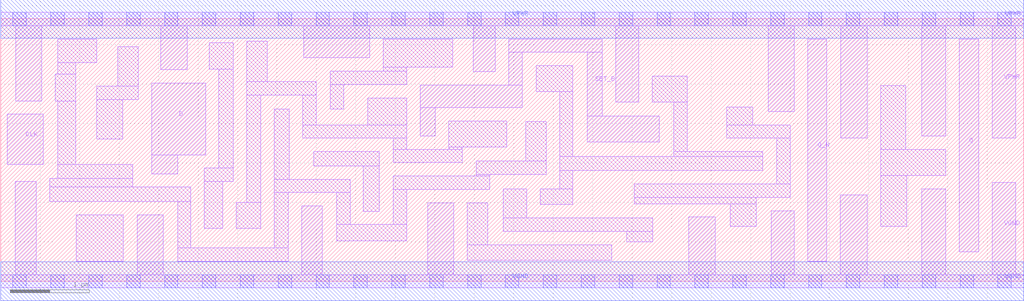
<source format=lef>
# Copyright 2020 The SkyWater PDK Authors
#
# Licensed under the Apache License, Version 2.0 (the "License");
# you may not use this file except in compliance with the License.
# You may obtain a copy of the License at
#
#     https://www.apache.org/licenses/LICENSE-2.0
#
# Unless required by applicable law or agreed to in writing, software
# distributed under the License is distributed on an "AS IS" BASIS,
# WITHOUT WARRANTIES OR CONDITIONS OF ANY KIND, either express or implied.
# See the License for the specific language governing permissions and
# limitations under the License.
#
# SPDX-License-Identifier: Apache-2.0

VERSION 5.7 ;
  NAMESCASESENSITIVE ON ;
  NOWIREEXTENSIONATPIN ON ;
  DIVIDERCHAR "/" ;
  BUSBITCHARS "[]" ;
UNITS
  DATABASE MICRONS 200 ;
END UNITS
MACRO sky130_fd_sc_lp__dfsbp_2
  CLASS CORE ;
  SOURCE USER ;
  FOREIGN sky130_fd_sc_lp__dfsbp_2 ;
  ORIGIN  0.000000  0.000000 ;
  SIZE  12.96000 BY  3.330000 ;
  SYMMETRY X Y R90 ;
  SITE unit ;
  PIN D
    ANTENNAGATEAREA  0.126000 ;
    DIRECTION INPUT ;
    USE SIGNAL ;
    PORT
      LAYER li1 ;
        RECT 1.915000 1.365000 2.245000 1.605000 ;
        RECT 1.915000 1.605000 2.595000 2.515000 ;
    END
  END D
  PIN Q
    ANTENNADIFFAREA  0.588000 ;
    DIRECTION OUTPUT ;
    USE SIGNAL ;
    PORT
      LAYER li1 ;
        RECT 12.145000 0.375000 12.390000 3.075000 ;
    END
  END Q
  PIN Q_N
    ANTENNADIFFAREA  0.588000 ;
    DIRECTION OUTPUT ;
    USE SIGNAL ;
    PORT
      LAYER li1 ;
        RECT 10.225000 0.255000 10.465000 3.075000 ;
    END
  END Q_N
  PIN SET_B
    ANTENNAGATEAREA  0.252000 ;
    DIRECTION INPUT ;
    USE SIGNAL ;
    PORT
      LAYER li1 ;
        RECT 5.315000 1.845000 5.505000 2.205000 ;
        RECT 5.315000 2.205000 6.605000 2.490000 ;
        RECT 6.435000 2.490000 6.605000 2.905000 ;
        RECT 6.435000 2.905000 7.620000 3.075000 ;
        RECT 7.430000 1.765000 8.345000 2.095000 ;
        RECT 7.430000 2.095000 7.620000 2.905000 ;
    END
  END SET_B
  PIN CLK
    ANTENNAGATEAREA  0.159000 ;
    DIRECTION INPUT ;
    USE CLOCK ;
    PORT
      LAYER li1 ;
        RECT 0.085000 1.485000 0.540000 2.120000 ;
    END
  END CLK
  PIN VGND
    DIRECTION INOUT ;
    USE GROUND ;
    PORT
      LAYER li1 ;
        RECT  0.000000 -0.085000 12.960000 0.085000 ;
        RECT  0.185000  0.085000  0.450000 1.270000 ;
        RECT  1.730000  0.085000  2.060000 0.845000 ;
        RECT  3.815000  0.085000  4.075000 0.955000 ;
        RECT  5.410000  0.085000  5.740000 0.995000 ;
        RECT  8.720000  0.085000  9.050000 0.815000 ;
        RECT  9.765000  0.085000 10.055000 0.895000 ;
        RECT 10.635000  0.085000 10.980000 1.095000 ;
        RECT 11.670000  0.085000 11.975000 1.175000 ;
        RECT 12.560000  0.085000 12.860000 1.255000 ;
      LAYER mcon ;
        RECT  0.155000 -0.085000  0.325000 0.085000 ;
        RECT  0.635000 -0.085000  0.805000 0.085000 ;
        RECT  1.115000 -0.085000  1.285000 0.085000 ;
        RECT  1.595000 -0.085000  1.765000 0.085000 ;
        RECT  2.075000 -0.085000  2.245000 0.085000 ;
        RECT  2.555000 -0.085000  2.725000 0.085000 ;
        RECT  3.035000 -0.085000  3.205000 0.085000 ;
        RECT  3.515000 -0.085000  3.685000 0.085000 ;
        RECT  3.995000 -0.085000  4.165000 0.085000 ;
        RECT  4.475000 -0.085000  4.645000 0.085000 ;
        RECT  4.955000 -0.085000  5.125000 0.085000 ;
        RECT  5.435000 -0.085000  5.605000 0.085000 ;
        RECT  5.915000 -0.085000  6.085000 0.085000 ;
        RECT  6.395000 -0.085000  6.565000 0.085000 ;
        RECT  6.875000 -0.085000  7.045000 0.085000 ;
        RECT  7.355000 -0.085000  7.525000 0.085000 ;
        RECT  7.835000 -0.085000  8.005000 0.085000 ;
        RECT  8.315000 -0.085000  8.485000 0.085000 ;
        RECT  8.795000 -0.085000  8.965000 0.085000 ;
        RECT  9.275000 -0.085000  9.445000 0.085000 ;
        RECT  9.755000 -0.085000  9.925000 0.085000 ;
        RECT 10.235000 -0.085000 10.405000 0.085000 ;
        RECT 10.715000 -0.085000 10.885000 0.085000 ;
        RECT 11.195000 -0.085000 11.365000 0.085000 ;
        RECT 11.675000 -0.085000 11.845000 0.085000 ;
        RECT 12.155000 -0.085000 12.325000 0.085000 ;
        RECT 12.635000 -0.085000 12.805000 0.085000 ;
      LAYER met1 ;
        RECT 0.000000 -0.245000 12.960000 0.245000 ;
    END
  END VGND
  PIN VPWR
    DIRECTION INOUT ;
    USE POWER ;
    PORT
      LAYER li1 ;
        RECT  0.000000 3.245000 12.960000 3.415000 ;
        RECT  0.190000 2.290000  0.520000 3.245000 ;
        RECT  2.030000 2.685000  2.360000 3.245000 ;
        RECT  3.840000 2.835000  4.675000 3.245000 ;
        RECT  5.985000 2.660000  6.265000 3.245000 ;
        RECT  7.790000 2.275000  8.085000 3.245000 ;
        RECT  9.725000 2.155000 10.055000 3.245000 ;
        RECT 10.645000 1.815000 10.980000 3.245000 ;
        RECT 11.670000 1.845000 11.975000 3.245000 ;
        RECT 12.560000 1.815000 12.860000 3.245000 ;
      LAYER mcon ;
        RECT  0.155000 3.245000  0.325000 3.415000 ;
        RECT  0.635000 3.245000  0.805000 3.415000 ;
        RECT  1.115000 3.245000  1.285000 3.415000 ;
        RECT  1.595000 3.245000  1.765000 3.415000 ;
        RECT  2.075000 3.245000  2.245000 3.415000 ;
        RECT  2.555000 3.245000  2.725000 3.415000 ;
        RECT  3.035000 3.245000  3.205000 3.415000 ;
        RECT  3.515000 3.245000  3.685000 3.415000 ;
        RECT  3.995000 3.245000  4.165000 3.415000 ;
        RECT  4.475000 3.245000  4.645000 3.415000 ;
        RECT  4.955000 3.245000  5.125000 3.415000 ;
        RECT  5.435000 3.245000  5.605000 3.415000 ;
        RECT  5.915000 3.245000  6.085000 3.415000 ;
        RECT  6.395000 3.245000  6.565000 3.415000 ;
        RECT  6.875000 3.245000  7.045000 3.415000 ;
        RECT  7.355000 3.245000  7.525000 3.415000 ;
        RECT  7.835000 3.245000  8.005000 3.415000 ;
        RECT  8.315000 3.245000  8.485000 3.415000 ;
        RECT  8.795000 3.245000  8.965000 3.415000 ;
        RECT  9.275000 3.245000  9.445000 3.415000 ;
        RECT  9.755000 3.245000  9.925000 3.415000 ;
        RECT 10.235000 3.245000 10.405000 3.415000 ;
        RECT 10.715000 3.245000 10.885000 3.415000 ;
        RECT 11.195000 3.245000 11.365000 3.415000 ;
        RECT 11.675000 3.245000 11.845000 3.415000 ;
        RECT 12.155000 3.245000 12.325000 3.415000 ;
        RECT 12.635000 3.245000 12.805000 3.415000 ;
      LAYER met1 ;
        RECT 0.000000 3.085000 12.960000 3.575000 ;
    END
  END VPWR
  OBS
    LAYER li1 ;
      RECT  0.620000 1.015000  2.410000 1.195000 ;
      RECT  0.620000 1.195000  1.675000 1.305000 ;
      RECT  0.690000 2.290000  0.950000 2.630000 ;
      RECT  0.720000 1.305000  1.675000 1.485000 ;
      RECT  0.720000 1.485000  0.950000 2.290000 ;
      RECT  0.720000 2.630000  0.950000 2.775000 ;
      RECT  0.720000 2.775000  1.215000 3.075000 ;
      RECT  0.955000 0.255000  1.550000 0.845000 ;
      RECT  1.215000 1.805000  1.545000 2.305000 ;
      RECT  1.215000 2.305000  1.745000 2.475000 ;
      RECT  1.480000 2.475000  1.745000 2.975000 ;
      RECT  2.240000 0.255000  3.645000 0.425000 ;
      RECT  2.240000 0.425000  2.410000 1.015000 ;
      RECT  2.580000 0.670000  2.815000 1.265000 ;
      RECT  2.580000 1.265000  2.945000 1.435000 ;
      RECT  2.640000 2.695000  2.945000 3.025000 ;
      RECT  2.765000 1.435000  2.945000 2.695000 ;
      RECT  2.985000 0.670000  3.295000 1.000000 ;
      RECT  3.115000 1.000000  3.295000 2.365000 ;
      RECT  3.115000 2.365000  3.995000 2.535000 ;
      RECT  3.115000 2.535000  3.375000 3.045000 ;
      RECT  3.465000 0.425000  3.645000 1.125000 ;
      RECT  3.465000 1.125000  4.425000 1.295000 ;
      RECT  3.465000 1.295000  3.655000 2.185000 ;
      RECT  3.825000 1.815000  5.145000 1.985000 ;
      RECT  3.825000 1.985000  3.995000 2.365000 ;
      RECT  3.965000 1.465000  4.795000 1.645000 ;
      RECT  4.175000 2.185000  4.345000 2.495000 ;
      RECT  4.175000 2.495000  5.145000 2.665000 ;
      RECT  4.255000 0.515000  5.145000 0.720000 ;
      RECT  4.255000 0.720000  4.425000 1.125000 ;
      RECT  4.595000 0.890000  4.795000 1.465000 ;
      RECT  4.650000 1.985000  5.145000 2.325000 ;
      RECT  4.845000 2.665000  5.145000 2.720000 ;
      RECT  4.845000 2.720000  5.730000 3.075000 ;
      RECT  4.975000 0.720000  5.145000 1.165000 ;
      RECT  4.975000 1.165000  6.195000 1.335000 ;
      RECT  4.975000 1.505000  5.845000 1.675000 ;
      RECT  4.975000 1.675000  5.145000 1.815000 ;
      RECT  5.675000 1.675000  5.845000 1.705000 ;
      RECT  5.675000 1.705000  6.410000 2.035000 ;
      RECT  5.910000 0.265000  7.740000 0.465000 ;
      RECT  5.910000 0.465000  6.170000 0.995000 ;
      RECT  6.025000 1.335000  6.195000 1.355000 ;
      RECT  6.025000 1.355000  6.910000 1.525000 ;
      RECT  6.365000 0.635000  8.260000 0.805000 ;
      RECT  6.365000 0.805000  6.665000 1.170000 ;
      RECT  6.650000 1.525000  6.910000 2.025000 ;
      RECT  6.785000 2.405000  7.250000 2.735000 ;
      RECT  6.835000 0.975000  7.250000 1.175000 ;
      RECT  7.080000 1.175000  7.250000 1.405000 ;
      RECT  7.080000 1.405000  9.655000 1.585000 ;
      RECT  7.080000 1.585000  7.250000 2.405000 ;
      RECT  7.930000 0.500000  8.260000 0.635000 ;
      RECT  8.025000 0.985000  9.570000 1.065000 ;
      RECT  8.025000 1.065000 10.005000 1.235000 ;
      RECT  8.255000 2.275000  8.695000 2.605000 ;
      RECT  8.525000 1.585000  9.655000 1.645000 ;
      RECT  8.525000 1.645000  8.695000 2.275000 ;
      RECT  9.200000 1.815000 10.005000 1.985000 ;
      RECT  9.200000 1.985000  9.530000 2.210000 ;
      RECT  9.240000 0.700000  9.570000 0.985000 ;
      RECT  9.835000 1.235000 10.005000 1.815000 ;
      RECT 11.150000 0.700000 11.480000 1.345000 ;
      RECT 11.150000 1.345000 11.975000 1.675000 ;
      RECT 11.150000 1.675000 11.465000 2.485000 ;
  END
END sky130_fd_sc_lp__dfsbp_2

</source>
